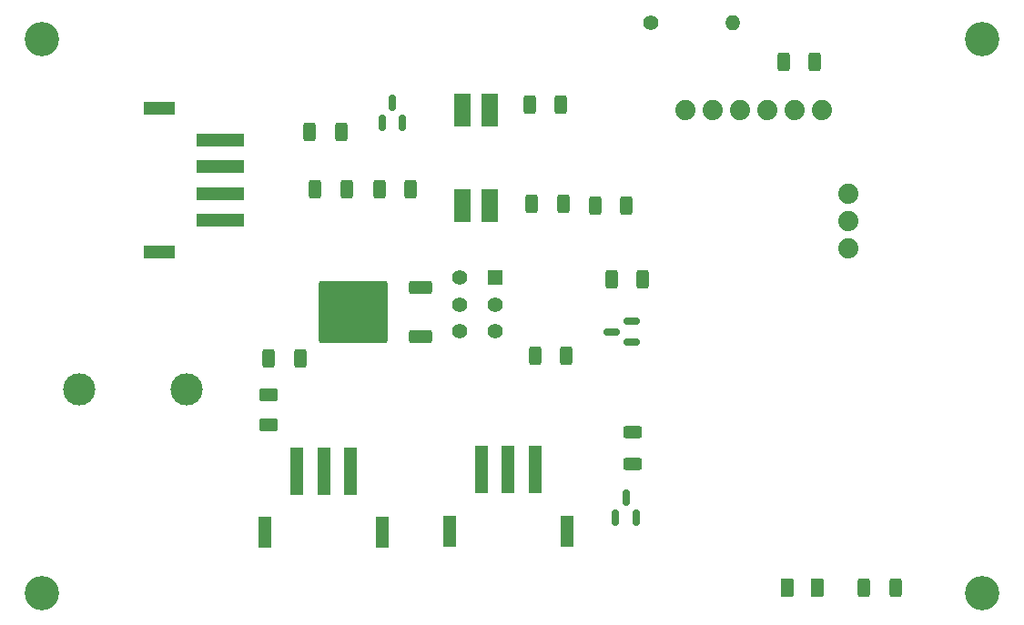
<source format=gbr>
%TF.GenerationSoftware,KiCad,Pcbnew,7.0.9*%
%TF.CreationDate,2024-07-11T00:03:03+10:00*%
%TF.ProjectId,bms test circuit,626d7320-7465-4737-9420-636972637569,rev?*%
%TF.SameCoordinates,Original*%
%TF.FileFunction,Soldermask,Top*%
%TF.FilePolarity,Negative*%
%FSLAX46Y46*%
G04 Gerber Fmt 4.6, Leading zero omitted, Abs format (unit mm)*
G04 Created by KiCad (PCBNEW 7.0.9) date 2024-07-11 00:03:03*
%MOMM*%
%LPD*%
G01*
G04 APERTURE LIST*
G04 Aperture macros list*
%AMRoundRect*
0 Rectangle with rounded corners*
0 $1 Rounding radius*
0 $2 $3 $4 $5 $6 $7 $8 $9 X,Y pos of 4 corners*
0 Add a 4 corners polygon primitive as box body*
4,1,4,$2,$3,$4,$5,$6,$7,$8,$9,$2,$3,0*
0 Add four circle primitives for the rounded corners*
1,1,$1+$1,$2,$3*
1,1,$1+$1,$4,$5*
1,1,$1+$1,$6,$7*
1,1,$1+$1,$8,$9*
0 Add four rect primitives between the rounded corners*
20,1,$1+$1,$2,$3,$4,$5,0*
20,1,$1+$1,$4,$5,$6,$7,0*
20,1,$1+$1,$6,$7,$8,$9,0*
20,1,$1+$1,$8,$9,$2,$3,0*%
G04 Aperture macros list end*
%ADD10RoundRect,0.250000X0.312500X0.625000X-0.312500X0.625000X-0.312500X-0.625000X0.312500X-0.625000X0*%
%ADD11C,3.200000*%
%ADD12C,3.000000*%
%ADD13R,1.400000X1.400000*%
%ADD14C,1.400000*%
%ADD15RoundRect,0.250000X-0.375000X-0.625000X0.375000X-0.625000X0.375000X0.625000X-0.375000X0.625000X0*%
%ADD16RoundRect,0.250000X0.625000X-0.375000X0.625000X0.375000X-0.625000X0.375000X-0.625000X-0.375000X0*%
%ADD17RoundRect,0.250000X0.850000X0.350000X-0.850000X0.350000X-0.850000X-0.350000X0.850000X-0.350000X0*%
%ADD18RoundRect,0.249997X2.950003X2.650003X-2.950003X2.650003X-2.950003X-2.650003X2.950003X-2.650003X0*%
%ADD19RoundRect,0.250000X-0.312500X-0.625000X0.312500X-0.625000X0.312500X0.625000X-0.312500X0.625000X0*%
%ADD20RoundRect,0.150000X0.150000X-0.587500X0.150000X0.587500X-0.150000X0.587500X-0.150000X-0.587500X0*%
%ADD21R,1.200000X4.500000*%
%ADD22R,1.200000X3.000000*%
%ADD23RoundRect,0.250000X0.625000X-0.312500X0.625000X0.312500X-0.625000X0.312500X-0.625000X-0.312500X0*%
%ADD24C,1.879600*%
%ADD25O,1.400000X1.400000*%
%ADD26RoundRect,0.150000X0.587500X0.150000X-0.587500X0.150000X-0.587500X-0.150000X0.587500X-0.150000X0*%
%ADD27R,1.600000X3.100000*%
%ADD28R,4.500000X1.200000*%
%ADD29R,3.000000X1.200000*%
G04 APERTURE END LIST*
D10*
%TO.C,R13*%
X220472000Y-59563000D03*
X217547000Y-59563000D03*
%TD*%
D11*
%TO.C,REF\u002A\u002A*%
X259461000Y-95758000D03*
%TD*%
D12*
%TO.C,J1*%
X175465000Y-76811000D03*
X185465000Y-76811000D03*
%TD*%
D11*
%TO.C,REF\u002A\u002A*%
X171958000Y-95758000D03*
%TD*%
%TO.C,REF\u002A\u002A*%
X171958000Y-44196000D03*
%TD*%
D10*
%TO.C,R14*%
X220283500Y-50292000D03*
X217358500Y-50292000D03*
%TD*%
%TO.C,R8*%
X200344500Y-58166000D03*
X197419500Y-58166000D03*
%TD*%
D13*
%TO.C,SW1*%
X214121000Y-66426500D03*
D14*
X214121000Y-68926500D03*
X214121000Y-71426500D03*
X210821000Y-66426500D03*
X210821000Y-68926500D03*
X210821000Y-71426500D03*
%TD*%
D15*
%TO.C,D3*%
X241297000Y-95250000D03*
X244097000Y-95250000D03*
%TD*%
D11*
%TO.C,REF\u002A\u002A*%
X259461000Y-44196000D03*
%TD*%
D16*
%TO.C,D1*%
X193040000Y-80140000D03*
X193040000Y-77340000D03*
%TD*%
D17*
%TO.C,U3*%
X207224000Y-71876000D03*
D18*
X200924000Y-69596000D03*
D17*
X207224000Y-67316000D03*
%TD*%
D19*
%TO.C,R10*%
X196911500Y-52832000D03*
X199836500Y-52832000D03*
%TD*%
D20*
%TO.C,Q1*%
X225364000Y-88743000D03*
X227264000Y-88743000D03*
X226314000Y-86868000D03*
%TD*%
D19*
%TO.C,R16*%
X248473500Y-95250000D03*
X251398500Y-95250000D03*
%TD*%
D21*
%TO.C,J2*%
X212851000Y-84298000D03*
X215351000Y-84298000D03*
X217851000Y-84298000D03*
D22*
X209901000Y-89998000D03*
X220801000Y-89998000D03*
%TD*%
D10*
%TO.C,R5*%
X220791500Y-73660000D03*
X217866500Y-73660000D03*
%TD*%
%TO.C,R6*%
X196026500Y-73914000D03*
X193101500Y-73914000D03*
%TD*%
D23*
%TO.C,R12*%
X226949000Y-83758500D03*
X226949000Y-80833500D03*
%TD*%
D21*
%TO.C,J4*%
X195706000Y-84425000D03*
X198206000Y-84425000D03*
X200706000Y-84425000D03*
D22*
X192756000Y-90125000D03*
X203656000Y-90125000D03*
%TD*%
D10*
%TO.C,R1*%
X243905500Y-46355000D03*
X240980500Y-46355000D03*
%TD*%
D24*
%TO.C,U1*%
X247018000Y-63687000D03*
X247018000Y-61147000D03*
X247018000Y-58607000D03*
X244518000Y-50857000D03*
X241978000Y-50857000D03*
X239438000Y-50857000D03*
X236898000Y-50857000D03*
X234358000Y-50857000D03*
X231818000Y-50857000D03*
%TD*%
D14*
%TO.C,TH1*%
X228600000Y-42672000D03*
D25*
X236220000Y-42672000D03*
%TD*%
D26*
%TO.C,Q2*%
X226822000Y-72390000D03*
X226822000Y-70490000D03*
X224947000Y-71440000D03*
%TD*%
D19*
%TO.C,R4*%
X224978500Y-66548000D03*
X227903500Y-66548000D03*
%TD*%
D20*
%TO.C,Q3*%
X203647000Y-52040000D03*
X205547000Y-52040000D03*
X204597000Y-50165000D03*
%TD*%
D10*
%TO.C,R15*%
X226379500Y-59690000D03*
X223454500Y-59690000D03*
%TD*%
%TO.C,R11*%
X206313500Y-58166000D03*
X203388500Y-58166000D03*
%TD*%
D27*
%TO.C,U5*%
X213614000Y-50800000D03*
X211074000Y-50800000D03*
X211074000Y-59690000D03*
X213614000Y-59690000D03*
%TD*%
D28*
%TO.C,J3*%
X188595000Y-53587000D03*
X188595000Y-56087000D03*
X188595000Y-58587000D03*
X188595000Y-61087000D03*
D29*
X182895000Y-50637000D03*
X182895000Y-64037000D03*
%TD*%
M02*

</source>
